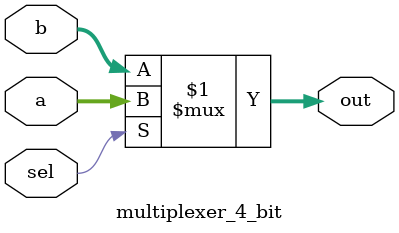
<source format=v>

module top_4block (a,b,cin,sum_r,cout_r,clk,rst);

input [63:0]a,b;
input cin,clk,rst;
output reg [63:0]sum_r;
output reg cout_r;

wire [63:0]sum;
wire cout;
reg cin_r;
// assign cin_r=cin;
Con_sa_4_bit_block_64 csa (a,b,cin_r,sum,cout);

always @(posedge clk ) begin
    if (rst) begin
        sum_r <= 0;
        cout_r <= 0;
        cin_r <=0;
    end
    else begin
        sum_r  <= sum;
        cout_r <= cout;
        cin_r <= cin;
    end
end

endmodule
module top_16block (a,b,cin,sum_r,cout_r,clk,rst);

input [63:0]a,b;
input cin,clk,rst;
output reg [63:0]sum_r;
output reg cout_r;

wire [63:0]sum;
wire cout;
reg cin_r;
// assign cin_r=cin;
Con_sa_16_bit_block_64  csa (a,b,cin_r,sum,cout);

always @(posedge clk ) begin
    if (rst) begin
        sum_r <= 0;
        cout_r <= 0;
        cin_r <=0;
    end
    else begin
        sum_r  <= sum;
        cout_r <= cout;
        cin_r <= cin;
    end
end

endmodule

module top_8block (a,b,cin,sum_r,cout_r,clk,rst);

input [63:0]a,b;
input cin,clk,rst;
output reg [63:0]sum_r;
output reg cout_r;
reg cin_r;
wire [63:0]sum;
wire cout;

Con_sa_8_bit_block_64  csa (a,b,cin_r,sum,cout);

always @(posedge clk ) begin
    if (rst) begin
        sum_r <= 0;
        cout_r <= 0;
        cin_r <=0;
    end
    else begin
        sum_r <= sum;
        cout_r <= cout;
        cin_r <= cin;
    end
end
endmodule


module Con_sa_16_bit_block_64 (    
    a,b,cin,sum,cout
);
input [63:0]a,b;
input cin;
output [63:0]sum;
output cout;
wire [2:0]bit_carry;

CSelectAdder_16bit csa_16_1 (.a(a[15:0]), .b(b[15:0]), .cin(cin), .sum(sum[15:0]), .cout(bit_carry[0]));
CSelectAdder_16bit csa_16_2 (.a(a[31:16]), .b(b[31:16]), .cin(bit_carry[0]), .sum(sum[31:16]), .cout(bit_carry[1]));
CSelectAdder_16bit csa_16_3 (.a(a[47:32]), .b(b[47:32]), .cin(bit_carry[1]), .sum(sum[47:32]), .cout(bit_carry[2]));
CSelectAdder_16bit csa_16_4 (.a(a[63:48]), .b(b[63:48]), .cin(bit_carry[2]), .sum(sum[63:48]), .cout(cout));

endmodule //Con_sa_8_bit_block_64

module Con_sa_4_bit_block_64 (    
    a,b,cin,sum,cout
);
input [63:0]a,b;
input cin;
output [63:0]sum;
output cout;
wire [14:0]bit_carry;

CSelectAdder_4bit  csa_4_1 (a[3:0], b[3:0], cin, sum[3:0], bit_carry[0]);
CSelectAdder_4bit  csa_4_2 (a[7:4], b[7:4], bit_carry[0], sum[7:4], bit_carry[1]);
CSelectAdder_4bit  csa_4_3 (a[11:8], b[11:8], bit_carry[1], sum[11:8], bit_carry[2]);
CSelectAdder_4bit  csa_4_4 (a[15:12], b[15:12], bit_carry[2], sum[15:12], bit_carry[3]);
CSelectAdder_4bit  csa_4_5 (a[19:16], b[19:16], bit_carry[3], sum[19:16], bit_carry[4]);
CSelectAdder_4bit  csa_4_6 (a[23:20], b[23:20], bit_carry[4], sum[23:20], bit_carry[5]);
CSelectAdder_4bit  csa_4_7 (a[27:24], b[27:24], bit_carry[5], sum[27:24], bit_carry[6]);
CSelectAdder_4bit  csa_4_8 (a[31:28], b[31:28], bit_carry[6], sum[31:28], bit_carry[7]);
CSelectAdder_4bit  csa_4_9 (a[35:32], b[35:32], bit_carry[7], sum[35:32], bit_carry[8]);
CSelectAdder_4bit  csa_4_10 (a[39:36], b[39:36], bit_carry[8], sum[39:36], bit_carry[9]);
CSelectAdder_4bit  csa_4_11 (a[43:40], b[43:40], bit_carry[9], sum[43:40], bit_carry[10]);
CSelectAdder_4bit  csa_4_12 (a[47:44], b[47:44], bit_carry[10], sum[47:44], bit_carry[11]);
CSelectAdder_4bit  csa_4_13 (a[51:48], b[51:48], bit_carry[11], sum[51:48], bit_carry[12]);
CSelectAdder_4bit  csa_4_14 (a[55:52], b[55:52], bit_carry[12], sum[55:52], bit_carry[13]);
CSelectAdder_4bit  csa_4_15 (a[59:56], b[59:56], bit_carry[13], sum[59:56], bit_carry[14]);
CSelectAdder_4bit  csa_4_16 (a[63:60], b[63:60], bit_carry[14], sum[63:60], cout);


endmodule //Con_sa_8_bit_block_64

module Con_sa_8_bit_block_64 (    
    a,b,cin,sum,cout
);

input [63:0]a,b;
input cin;
output [63:0]sum;
output cout;
wire [6:0]bit_carry;

CSelectAdder_8bit csa_8_1 (.a(a[7:0]), .b(b[7:0]), .cin(cin), .sum(sum[7:0]), .cout(bit_carry[0]));
CSelectAdder_8bit csa_8_2 (.a(a[15:8]), .b(b[15:8]), .cin(bit_carry[0]), .sum(sum[15:8]), .cout(bit_carry[1]));
CSelectAdder_8bit csa_8_3 (.a(a[23:16]), .b(b[23:16]), .cin(bit_carry[1]), .sum(sum[23:16]), .cout(bit_carry[2]));
CSelectAdder_8bit csa_8_4 (.a(a[31:24]), .b(b[31:24]), .cin(bit_carry[2]), .sum(sum[31:24]), .cout(bit_carry[3]));
CSelectAdder_8bit csa_8_5 (.a(a[39:32]), .b(b[39:32]), .cin(bit_carry[3]), .sum(sum[39:32]), .cout(bit_carry[4]));
CSelectAdder_8bit csa_8_6 (.a(a[47:40]), .b(b[47:40]), .cin(bit_carry[4]), .sum(sum[47:40]), .cout(bit_carry[5]));
CSelectAdder_8bit csa_8_7 (.a(a[55:48]), .b(b[55:48]), .cin(bit_carry[5]), .sum(sum[55:48]), .cout(bit_carry[6]));
CSelectAdder_8bit csa_8_8 (.a(a[63:56]), .b(b[63:56]), .cin(bit_carry[6]), .sum(sum[63:56]), .cout(cout));

endmodule

module CSelectAdder_16bit (
    a,b,cin,sum,cout
);

input [15:0]a,b;
input cin;
output [15:0]sum;
output cout;

wire [15:0]bit_carry,bit_carry_1;
wire [15:0]sum_1,sum_2;
// cin==1
ADD_full adder1(bit_carry[0],sum_1[0],a[0],b[0],1'b1);
ADD_full adder2(bit_carry[1],sum_1[1],a[1],b[1],bit_carry[0]);
ADD_full adder3(bit_carry[2],sum_1[2],a[2],b[2],bit_carry[1]);
ADD_full adder4(bit_carry[3],sum_1[3],a[3],b[3],bit_carry[2]);
ADD_full adder5(bit_carry[4],sum_1[4],a[4],b[4],bit_carry[3]);
ADD_full adder6(bit_carry[5],sum_1[5],a[5],b[5],bit_carry[4]);
ADD_full adder7(bit_carry[6],sum_1[6],a[6],b[6],bit_carry[5]);
ADD_full adder8(bit_carry[7],sum_1[7],a[7],b[7],bit_carry[6]);
ADD_full adder9(bit_carry[8],sum_1[8],a[8],b[8],bit_carry[7]);
ADD_full adder10(bit_carry[9],sum_1[9],a[9],b[9],bit_carry[8]);
ADD_full adder11(bit_carry[10],sum_1[10],a[10],b[10],bit_carry[9]);
ADD_full adder12(bit_carry[11],sum_1[11],a[11],b[11],bit_carry[10]);
ADD_full adder13(bit_carry[12],sum_1[12],a[12],b[12],bit_carry[11]);
ADD_full adder14(bit_carry[13],sum_1[13],a[13],b[13],bit_carry[12]);
ADD_full adder15(bit_carry[14],sum_1[14],a[14],b[14],bit_carry[13]);
ADD_full adder16(bit_carry[15],sum_1[15],a[15],b[15],bit_carry[14]);
//cin==0
ADD_full adder_1_1(bit_carry_1[0],sum_2[0],a[0],b[0],1'b0);
ADD_full adder_1_2(bit_carry_1[1],sum_2[1],a[1],b[1],bit_carry_1[0]);
ADD_full adder_1_3(bit_carry_1[2],sum_2[2],a[2],b[2],bit_carry_1[1]);
ADD_full adder_1_4(bit_carry_1[3],sum_2[3],a[3],b[3],bit_carry_1[2]);
ADD_full adder_1_5(bit_carry_1[4],sum_2[4],a[4],b[4],bit_carry_1[3]);
ADD_full adder_1_6(bit_carry_1[5],sum_2[5],a[5],b[5],bit_carry_1[4]);
ADD_full adder_1_7(bit_carry_1[6],sum_2[6],a[6],b[6],bit_carry_1[5]);
ADD_full adder_1_8(bit_carry_1[7],sum_2[7],a[7],b[7],bit_carry_1[6]);
ADD_full adder_1_9(bit_carry_1[8],sum_2[8],a[8],b[8],bit_carry_1[7]);
ADD_full adder_1_10(bit_carry_1[9],sum_2[9],a[9],b[9],bit_carry_1[8]);
ADD_full adder_1_11(bit_carry_1[10],sum_2[10],a[10],b[10],bit_carry_1[9]);
ADD_full adder_1_12(bit_carry_1[11],sum_2[11],a[11],b[11],bit_carry_1[10]);
ADD_full adder_1_13(bit_carry_1[12],sum_2[12],a[12],b[12],bit_carry_1[11]);
ADD_full adder_1_14(bit_carry_1[13],sum_2[13],a[13],b[13],bit_carry_1[12]);
ADD_full adder_1_15(bit_carry_1[14],sum_2[14],a[14],b[14],bit_carry_1[13]);
ADD_full adder_1_16(bit_carry_1[15],sum_2[15],a[15],b[15],bit_carry_1[14]);

multiplexer_16_bit mul_16(sum_1,sum_2,cin,sum);

// multiplexer mul_1(bit_carry[15],bit_carry_1[15],cin,cout);
// assign cout= bit_carry[15] | bit_carry_1[15];
assign cout = (~cin&bit_carry[15] )|(cin &bit_carry_1[15]);
endmodule 

module CSelectAdder_8bit ( a,b,cin,sum,cout);
input [7:0]a,b;
input cin;
output [7:0]sum;
output cout;

wire [7:0]bit_carry,bit_carry_1;
wire [7:0]sum_1,sum_2;
// cin==1
ADD_full adder1(bit_carry[0],sum_1[0],a[0],b[0],1'b1);
ADD_full adder2(bit_carry[1],sum_1[1],a[1],b[1],bit_carry[0]);
ADD_full adder3(bit_carry[2],sum_1[2],a[2],b[2],bit_carry[1]);
ADD_full adder4(bit_carry[3],sum_1[3],a[3],b[3],bit_carry[2]);
ADD_full adder5(bit_carry[4],sum_1[4],a[4],b[4],bit_carry[3]);
ADD_full adder6(bit_carry[5],sum_1[5],a[5],b[5],bit_carry[4]);
ADD_full adder7(bit_carry[6],sum_1[6],a[6],b[6],bit_carry[5]);
ADD_full adder8(bit_carry[7],sum_1[7],a[7],b[7],bit_carry[6]);
//cin==0
ADD_full adder_1_1(bit_carry_1[0],sum_2[0],a[0],b[0],1'b0);
ADD_full adder_1_2(bit_carry_1[1],sum_2[1],a[1],b[1],bit_carry_1[0]);
ADD_full adder_1_3(bit_carry_1[2],sum_2[2],a[2],b[2],bit_carry_1[1]);
ADD_full adder_1_4(bit_carry_1[3],sum_2[3],a[3],b[3],bit_carry_1[2]);
ADD_full adder_1_5(bit_carry_1[4],sum_2[4],a[4],b[4],bit_carry_1[3]);
ADD_full adder_1_6(bit_carry_1[5],sum_2[5],a[5],b[5],bit_carry_1[4]);
ADD_full adder_1_7(bit_carry_1[6],sum_2[6],a[6],b[6],bit_carry_1[5]);
ADD_full adder_1_8(bit_carry_1[7],sum_2[7],a[7],b[7],bit_carry_1[6]);

multiplexer_8_bit mul_8(sum_1,sum_2,cin,sum);
// multiplexer mul_sum_0 (sum_1[0],sum_2[0],cin,sum[0]);
// multiplexer mul_sum_1 (sum_1[1],sum_2[1],cin,sum[1]);
// multiplexer mul_sum_2 (sum_1[2],sum_2[2],cin,sum[2]);
// multiplexer mul_sum_3 (sum_1[3],sum_2[3],cin,sum[3]);
// multiplexer mul_sum_4 (sum_1[4],sum_2[4],cin,sum[4]);
// multiplexer mul_sum_5 (sum_1[5],sum_2[5],cin,sum[5]);
// multiplexer mul_sum_6 (sum_1[6],sum_2[6],cin,sum[6]);
// multiplexer mul_sum_7 (sum_1[7],sum_2[7],cin,sum[7]);

// multiplexer mul_1(bit_carry[7],bit_carry_1[7],cin,cout);
assign cout = (~cin&bit_carry[7] )|(cin &bit_carry_1[7]);
endmodule //CSelectAdder_4bit

module ADD_full(output c_out,sum, input a,b,cin);
// wire w1, w2, w3;
assign sum=a^b^cin;
assign c_out=(a&b)|(cin&(a^b));
endmodule

module  multiplexer_8_bit (a,b,sel,out
);
input [7:0]a,b;
input sel;
output [7:0]out;
assign out= (sel)?a:b;
endmodule 

module multiplexer (a,b,sel,out);
input a,b;
input sel;
output out;
assign out = sel?a:b;
endmodule

module  multiplexer_16_bit (a,b,sel,out
);
input [15:0]a,b;
input sel;
output [15:0]out;
assign out= (sel)?a:b;
endmodule 

module CSelectAdder_4bit (
    a,b,cin,sum,cout
);

input [3:0]a,b;
input cin;
output [3:0]sum;
output cout;

wire [3:0]bit_carry,bit_carry_1;
wire [3:0]sum_1,sum_2;

// cin==1
ADD_full adder1(bit_carry[0],sum_1[0],a[0],b[0],1'b1);
ADD_full adder2(bit_carry[1],sum_1[1],a[1],b[1],bit_carry[0]);
ADD_full adder3(bit_carry[2],sum_1[2],a[2],b[2],bit_carry[1]);
ADD_full adder4(bit_carry[3],sum_1[3],a[3],b[3],bit_carry[2]);
//cin==0
ADD_full adder_1_1(bit_carry_1[0],sum_2[0],a[0],b[0],1'b0);
ADD_full adder_1_2(bit_carry_1[1],sum_2[1],a[1],b[1],bit_carry_1[0]);
ADD_full adder_1_3(bit_carry_1[2],sum_2[2],a[2],b[2],bit_carry_1[1]);
ADD_full adder_1_4(bit_carry_1[3],sum_2[3],a[3],b[3],bit_carry_1[2]);

multiplexer_4_bit mul_4(sum_1,sum_2,cin,sum);

// assign cout = (~cin&bit_carry[2])|(cin &bit_carry_1[2]);
assign cout = (~cin&bit_carry[3])|(cin &bit_carry_1[3]);


endmodule //CSelectAdder_4bit


module  multiplexer_4_bit (a,b,sel,out
    
);

input [3:0]a,b;
input sel;
output [3:0]out;
assign out= (sel)?a:b;
endmodule 
</source>
